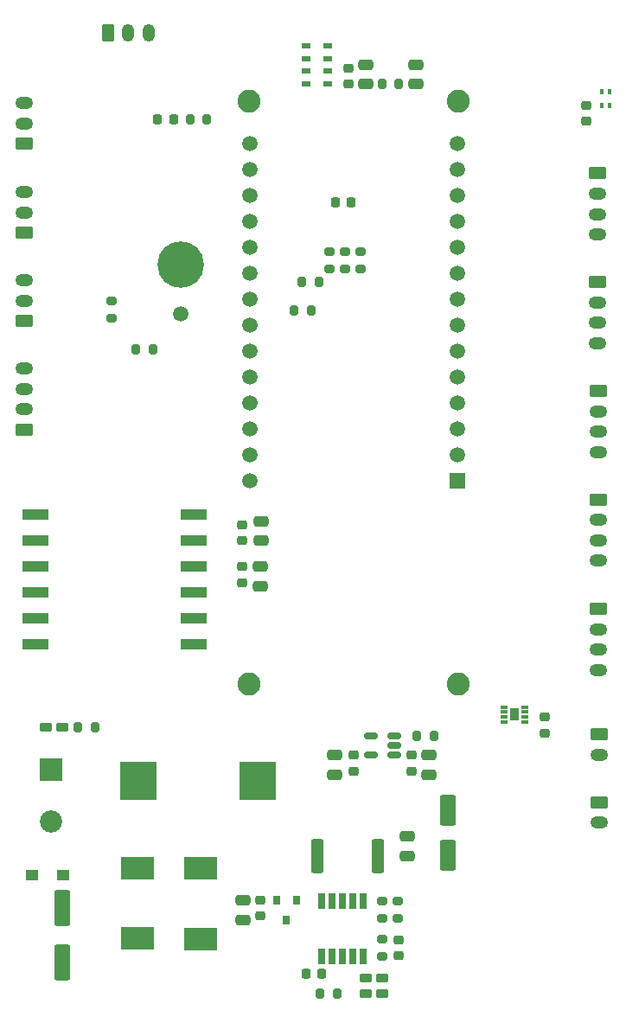
<source format=gts>
G04 #@! TF.GenerationSoftware,KiCad,Pcbnew,(6.0.5)*
G04 #@! TF.CreationDate,2022-05-16T10:08:24+02:00*
G04 #@! TF.ProjectId,ruche,72756368-652e-46b6-9963-61645f706362,rev?*
G04 #@! TF.SameCoordinates,Original*
G04 #@! TF.FileFunction,Soldermask,Top*
G04 #@! TF.FilePolarity,Negative*
%FSLAX46Y46*%
G04 Gerber Fmt 4.6, Leading zero omitted, Abs format (unit mm)*
G04 Created by KiCad (PCBNEW (6.0.5)) date 2022-05-16 10:08:24*
%MOMM*%
%LPD*%
G01*
G04 APERTURE LIST*
G04 Aperture macros list*
%AMRoundRect*
0 Rectangle with rounded corners*
0 $1 Rounding radius*
0 $2 $3 $4 $5 $6 $7 $8 $9 X,Y pos of 4 corners*
0 Add a 4 corners polygon primitive as box body*
4,1,4,$2,$3,$4,$5,$6,$7,$8,$9,$2,$3,0*
0 Add four circle primitives for the rounded corners*
1,1,$1+$1,$2,$3*
1,1,$1+$1,$4,$5*
1,1,$1+$1,$6,$7*
1,1,$1+$1,$8,$9*
0 Add four rect primitives between the rounded corners*
20,1,$1+$1,$2,$3,$4,$5,0*
20,1,$1+$1,$4,$5,$6,$7,0*
20,1,$1+$1,$6,$7,$8,$9,0*
20,1,$1+$1,$8,$9,$2,$3,0*%
G04 Aperture macros list end*
%ADD10RoundRect,0.250000X-0.550000X1.500000X-0.550000X-1.500000X0.550000X-1.500000X0.550000X1.500000X0*%
%ADD11RoundRect,0.225000X-0.250000X0.225000X-0.250000X-0.225000X0.250000X-0.225000X0.250000X0.225000X0*%
%ADD12RoundRect,0.250000X-0.475000X0.250000X-0.475000X-0.250000X0.475000X-0.250000X0.475000X0.250000X0*%
%ADD13RoundRect,0.225000X-0.225000X-0.250000X0.225000X-0.250000X0.225000X0.250000X-0.225000X0.250000X0*%
%ADD14RoundRect,0.250000X0.475000X-0.250000X0.475000X0.250000X-0.475000X0.250000X-0.475000X-0.250000X0*%
%ADD15RoundRect,0.250000X0.550000X-1.250000X0.550000X1.250000X-0.550000X1.250000X-0.550000X-1.250000X0*%
%ADD16RoundRect,0.212500X-0.400000X-0.212500X0.400000X-0.212500X0.400000X0.212500X-0.400000X0.212500X0*%
%ADD17R,1.240000X1.120000*%
%ADD18R,3.200000X2.250000*%
%ADD19R,0.650000X1.525000*%
%ADD20R,2.175000X2.175000*%
%ADD21C,2.175000*%
%ADD22RoundRect,0.250000X-0.625000X0.350000X-0.625000X-0.350000X0.625000X-0.350000X0.625000X0.350000X0*%
%ADD23O,1.750000X1.200000*%
%ADD24RoundRect,0.250000X0.625000X-0.350000X0.625000X0.350000X-0.625000X0.350000X-0.625000X-0.350000X0*%
%ADD25R,3.650000X3.750000*%
%ADD26R,0.800000X0.900000*%
%ADD27RoundRect,0.200000X-0.200000X-0.275000X0.200000X-0.275000X0.200000X0.275000X-0.200000X0.275000X0*%
%ADD28RoundRect,0.200000X0.275000X-0.200000X0.275000X0.200000X-0.275000X0.200000X-0.275000X-0.200000X0*%
%ADD29RoundRect,0.200000X-0.275000X0.200000X-0.275000X-0.200000X0.275000X-0.200000X0.275000X0.200000X0*%
%ADD30RoundRect,0.250000X-0.362500X-1.425000X0.362500X-1.425000X0.362500X1.425000X-0.362500X1.425000X0*%
%ADD31R,0.750000X0.300000*%
%ADD32R,0.900000X1.300000*%
%ADD33R,2.500000X1.000000*%
%ADD34R,0.300000X0.500000*%
%ADD35C,1.500000*%
%ADD36C,4.540000*%
%ADD37RoundRect,0.225000X0.250000X-0.225000X0.250000X0.225000X-0.250000X0.225000X-0.250000X-0.225000X0*%
%ADD38RoundRect,0.250000X-0.350000X-0.625000X0.350000X-0.625000X0.350000X0.625000X-0.350000X0.625000X0*%
%ADD39O,1.200000X1.750000*%
%ADD40RoundRect,0.218750X-0.218750X-0.256250X0.218750X-0.256250X0.218750X0.256250X-0.218750X0.256250X0*%
%ADD41C,2.250000*%
%ADD42R,1.508000X1.508000*%
%ADD43C,1.508000*%
%ADD44RoundRect,0.225000X0.225000X0.250000X-0.225000X0.250000X-0.225000X-0.250000X0.225000X-0.250000X0*%
%ADD45R,0.950000X0.550000*%
%ADD46RoundRect,0.150000X0.512500X0.150000X-0.512500X0.150000X-0.512500X-0.150000X0.512500X-0.150000X0*%
G04 APERTURE END LIST*
D10*
X102625000Y-157110000D03*
X102625000Y-162510000D03*
D11*
X122060000Y-156385000D03*
X122060000Y-157935000D03*
D12*
X120290000Y-156390000D03*
X120290000Y-158290000D03*
D11*
X135560000Y-160275000D03*
X135560000Y-161825000D03*
X149850000Y-138460000D03*
X149850000Y-140010000D03*
D13*
X126495000Y-163600000D03*
X128045000Y-163600000D03*
D14*
X136410000Y-152035000D03*
X136410000Y-150135000D03*
D15*
X140380000Y-152010000D03*
X140380000Y-147610000D03*
D11*
X153950000Y-78585000D03*
X153950000Y-80135000D03*
D16*
X101047500Y-139430000D03*
X102672500Y-139430000D03*
D17*
X102700000Y-153900000D03*
X99700000Y-153900000D03*
D16*
X132307500Y-165542000D03*
X133932500Y-165542000D03*
X132327500Y-163992000D03*
X133952500Y-163992000D03*
D18*
X116180000Y-153260000D03*
X116180000Y-160160000D03*
X110025000Y-153235000D03*
X110025000Y-160135000D03*
D19*
X128070000Y-161912000D03*
X129070000Y-161912000D03*
X130070000Y-161912000D03*
X131070000Y-161912000D03*
X132070000Y-161912000D03*
X132070000Y-156488000D03*
X131070000Y-156488000D03*
X130070000Y-156488000D03*
X129070000Y-156488000D03*
X128070000Y-156488000D03*
D20*
X101550000Y-143635000D03*
D21*
X101550000Y-148635000D03*
D22*
X155140000Y-117140000D03*
D23*
X155140000Y-119140000D03*
X155140000Y-121140000D03*
X155140000Y-123140000D03*
D22*
X155140000Y-127840000D03*
D23*
X155140000Y-129840000D03*
X155140000Y-131840000D03*
X155140000Y-133840000D03*
D24*
X98900000Y-110310000D03*
D23*
X98900000Y-108310000D03*
X98900000Y-106310000D03*
X98900000Y-104310000D03*
D25*
X110040000Y-144690000D03*
X121740000Y-144690000D03*
D26*
X125540000Y-156350000D03*
X123640000Y-156350000D03*
X124590000Y-158350000D03*
D27*
X104195000Y-139420000D03*
X105845000Y-139420000D03*
D28*
X133990000Y-161875000D03*
X133990000Y-160225000D03*
D27*
X127895000Y-165540000D03*
X129545000Y-165540000D03*
D29*
X135460000Y-156485000D03*
X135460000Y-158135000D03*
D28*
X133960000Y-158135000D03*
X133960000Y-156485000D03*
D30*
X127637500Y-152030000D03*
X133562500Y-152030000D03*
D27*
X126105000Y-95830000D03*
X127755000Y-95830000D03*
X125345000Y-98620000D03*
X126995000Y-98620000D03*
D22*
X155225000Y-140135000D03*
D23*
X155225000Y-142135000D03*
D22*
X155225000Y-146785000D03*
D23*
X155225000Y-148785000D03*
D31*
X147900000Y-138960000D03*
X147900000Y-138460000D03*
X147900000Y-137960000D03*
X147900000Y-137460000D03*
X145900000Y-137460000D03*
X145900000Y-137960000D03*
X145900000Y-138460000D03*
X145900000Y-138960000D03*
D32*
X146900000Y-138210000D03*
D24*
X98875000Y-91035000D03*
D23*
X98875000Y-89035000D03*
X98875000Y-87035000D03*
D24*
X98870000Y-82310000D03*
D23*
X98870000Y-80310000D03*
X98870000Y-78310000D03*
D24*
X98900000Y-99685000D03*
D23*
X98900000Y-97685000D03*
X98900000Y-95685000D03*
D33*
X115525000Y-131340000D03*
X115525000Y-128800000D03*
X115525000Y-126260000D03*
X115525000Y-123720000D03*
X115525000Y-121180000D03*
X115525000Y-118640000D03*
X100025000Y-118640000D03*
X100025000Y-121180000D03*
X100025000Y-123720000D03*
X100025000Y-126260000D03*
X100025000Y-128800000D03*
X100025000Y-131340000D03*
D34*
X156225000Y-77185000D03*
X155425000Y-77185000D03*
X155425000Y-78585000D03*
X156225000Y-78585000D03*
D11*
X120225000Y-123730000D03*
X120225000Y-125280000D03*
D12*
X122050000Y-123730000D03*
X122050000Y-125630000D03*
D27*
X109865000Y-102480000D03*
X111515000Y-102480000D03*
D35*
X114220000Y-98940000D03*
D36*
X114220000Y-94140000D03*
D12*
X129340000Y-142160000D03*
X129340000Y-144060000D03*
D37*
X120240000Y-121195000D03*
X120240000Y-119645000D03*
D38*
X107100000Y-71460000D03*
D39*
X109100000Y-71460000D03*
X111100000Y-71460000D03*
D40*
X111962500Y-79950000D03*
X113537500Y-79950000D03*
D27*
X137385000Y-140290000D03*
X139035000Y-140290000D03*
D14*
X137225000Y-76480000D03*
X137225000Y-74580000D03*
D27*
X115135000Y-79950000D03*
X116785000Y-79950000D03*
D11*
X136860000Y-142195000D03*
X136860000Y-143745000D03*
D27*
X133925000Y-76480000D03*
X135575000Y-76480000D03*
D14*
X122100000Y-121160000D03*
X122100000Y-119260000D03*
D28*
X128820000Y-94535000D03*
X128820000Y-92885000D03*
D41*
X120877500Y-78185000D03*
X141377500Y-78185000D03*
X120877500Y-135185000D03*
X141377500Y-135185000D03*
D42*
X141287500Y-115300200D03*
D43*
X141287500Y-112760200D03*
X141287500Y-110220200D03*
X141287500Y-107680200D03*
X141287500Y-105140200D03*
X141287500Y-102600200D03*
X141287500Y-100060200D03*
X141287500Y-97520200D03*
X141287500Y-94980200D03*
X141287500Y-92440200D03*
X141287500Y-89900200D03*
X141287500Y-87360200D03*
X141287500Y-84820200D03*
X141287500Y-82280200D03*
X120967500Y-82280200D03*
X120967500Y-84820200D03*
X120967500Y-87360200D03*
X120967500Y-89900200D03*
X120967500Y-92440200D03*
X120967500Y-94980200D03*
X120967500Y-97520200D03*
X120967500Y-100060200D03*
X120967500Y-102600200D03*
X120967500Y-105140200D03*
X120967500Y-107680200D03*
X120967500Y-110220200D03*
X120967500Y-112760200D03*
X120967500Y-115300200D03*
D44*
X130945000Y-88080000D03*
X129395000Y-88080000D03*
D22*
X155070000Y-95840000D03*
D23*
X155070000Y-97840000D03*
X155070000Y-99840000D03*
X155070000Y-101840000D03*
D22*
X155130000Y-106510000D03*
D23*
X155130000Y-108510000D03*
X155130000Y-110510000D03*
X155130000Y-112510000D03*
D28*
X130350000Y-94535000D03*
X130350000Y-92885000D03*
D37*
X130675000Y-76455000D03*
X130675000Y-74905000D03*
D29*
X107490000Y-97745000D03*
X107490000Y-99395000D03*
D14*
X132350000Y-76480000D03*
X132350000Y-74580000D03*
D45*
X128620000Y-76475000D03*
X128620000Y-75225000D03*
X128620000Y-73975000D03*
X128620000Y-72725000D03*
X126470000Y-72725000D03*
X126470000Y-73975000D03*
X126470000Y-75225000D03*
X126470000Y-76475000D03*
D12*
X138530000Y-142190000D03*
X138530000Y-144090000D03*
D22*
X155080000Y-85210000D03*
D23*
X155080000Y-87210000D03*
X155080000Y-89210000D03*
X155080000Y-91210000D03*
D46*
X135157500Y-142190000D03*
X135157500Y-141240000D03*
X135157500Y-140290000D03*
X132882500Y-140290000D03*
X132882500Y-142190000D03*
D11*
X131150000Y-142195000D03*
X131150000Y-143745000D03*
D28*
X131870000Y-94535000D03*
X131870000Y-92885000D03*
M02*

</source>
